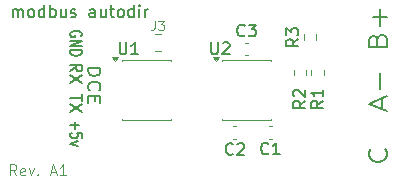
<source format=gbr>
%TF.GenerationSoftware,KiCad,Pcbnew,9.0.5*%
%TF.CreationDate,2026-02-01T07:55:35-08:00*%
%TF.ProjectId,autodir_sch,6175746f-6469-4725-9f73-63682e6b6963,A1*%
%TF.SameCoordinates,PX11a49a0PYbd83a0*%
%TF.FileFunction,Legend,Top*%
%TF.FilePolarity,Positive*%
%FSLAX46Y46*%
G04 Gerber Fmt 4.6, Leading zero omitted, Abs format (unit mm)*
G04 Created by KiCad (PCBNEW 9.0.5) date 2026-02-01 07:55:35*
%MOMM*%
%LPD*%
G01*
G04 APERTURE LIST*
%ADD10C,0.200000*%
%ADD11C,0.150000*%
%ADD12C,0.100000*%
%ADD13C,0.120000*%
G04 APERTURE END LIST*
D10*
X32716951Y-12998075D02*
X32788380Y-13083789D01*
X32788380Y-13083789D02*
X32859808Y-13340932D01*
X32859808Y-13340932D02*
X32859808Y-13512360D01*
X32859808Y-13512360D02*
X32788380Y-13769503D01*
X32788380Y-13769503D02*
X32645522Y-13940932D01*
X32645522Y-13940932D02*
X32502665Y-14026646D01*
X32502665Y-14026646D02*
X32216951Y-14112360D01*
X32216951Y-14112360D02*
X32002665Y-14112360D01*
X32002665Y-14112360D02*
X31716951Y-14026646D01*
X31716951Y-14026646D02*
X31574094Y-13940932D01*
X31574094Y-13940932D02*
X31431237Y-13769503D01*
X31431237Y-13769503D02*
X31359808Y-13512360D01*
X31359808Y-13512360D02*
X31359808Y-13340932D01*
X31359808Y-13340932D02*
X31431237Y-13083789D01*
X31431237Y-13083789D02*
X31502665Y-12998075D01*
X32431237Y-9569502D02*
X32431237Y-8712360D01*
X32859808Y-9740931D02*
X31359808Y-9140931D01*
X31359808Y-9140931D02*
X32859808Y-8540931D01*
X32288380Y-7940931D02*
X32288380Y-6569503D01*
X32074094Y-3740931D02*
X32145522Y-3483788D01*
X32145522Y-3483788D02*
X32216951Y-3398074D01*
X32216951Y-3398074D02*
X32359808Y-3312360D01*
X32359808Y-3312360D02*
X32574094Y-3312360D01*
X32574094Y-3312360D02*
X32716951Y-3398074D01*
X32716951Y-3398074D02*
X32788380Y-3483788D01*
X32788380Y-3483788D02*
X32859808Y-3655217D01*
X32859808Y-3655217D02*
X32859808Y-4340931D01*
X32859808Y-4340931D02*
X31359808Y-4340931D01*
X31359808Y-4340931D02*
X31359808Y-3740931D01*
X31359808Y-3740931D02*
X31431237Y-3569503D01*
X31431237Y-3569503D02*
X31502665Y-3483788D01*
X31502665Y-3483788D02*
X31645522Y-3398074D01*
X31645522Y-3398074D02*
X31788380Y-3398074D01*
X31788380Y-3398074D02*
X31931237Y-3483788D01*
X31931237Y-3483788D02*
X32002665Y-3569503D01*
X32002665Y-3569503D02*
X32074094Y-3740931D01*
X32074094Y-3740931D02*
X32074094Y-4340931D01*
X32288380Y-2540931D02*
X32288380Y-1169503D01*
X32859808Y-1855217D02*
X31716951Y-1855217D01*
X7603780Y-6138857D02*
X8603780Y-6138857D01*
X8603780Y-6138857D02*
X8603780Y-6424571D01*
X8603780Y-6424571D02*
X8556161Y-6596000D01*
X8556161Y-6596000D02*
X8460923Y-6710285D01*
X8460923Y-6710285D02*
X8365685Y-6767428D01*
X8365685Y-6767428D02*
X8175209Y-6824571D01*
X8175209Y-6824571D02*
X8032352Y-6824571D01*
X8032352Y-6824571D02*
X7841876Y-6767428D01*
X7841876Y-6767428D02*
X7746638Y-6710285D01*
X7746638Y-6710285D02*
X7651400Y-6596000D01*
X7651400Y-6596000D02*
X7603780Y-6424571D01*
X7603780Y-6424571D02*
X7603780Y-6138857D01*
X7699019Y-8024571D02*
X7651400Y-7967428D01*
X7651400Y-7967428D02*
X7603780Y-7796000D01*
X7603780Y-7796000D02*
X7603780Y-7681714D01*
X7603780Y-7681714D02*
X7651400Y-7510285D01*
X7651400Y-7510285D02*
X7746638Y-7396000D01*
X7746638Y-7396000D02*
X7841876Y-7338857D01*
X7841876Y-7338857D02*
X8032352Y-7281714D01*
X8032352Y-7281714D02*
X8175209Y-7281714D01*
X8175209Y-7281714D02*
X8365685Y-7338857D01*
X8365685Y-7338857D02*
X8460923Y-7396000D01*
X8460923Y-7396000D02*
X8556161Y-7510285D01*
X8556161Y-7510285D02*
X8603780Y-7681714D01*
X8603780Y-7681714D02*
X8603780Y-7796000D01*
X8603780Y-7796000D02*
X8556161Y-7967428D01*
X8556161Y-7967428D02*
X8508542Y-8024571D01*
X8127590Y-8538857D02*
X8127590Y-8938857D01*
X7603780Y-9110285D02*
X7603780Y-8538857D01*
X7603780Y-8538857D02*
X8603780Y-8538857D01*
X8603780Y-8538857D02*
X8603780Y-9110285D01*
D11*
X7077180Y-8358095D02*
X7077180Y-8929523D01*
X6077180Y-8643809D02*
X7077180Y-8643809D01*
X7077180Y-9167619D02*
X6077180Y-9834285D01*
X7077180Y-9834285D02*
X6077180Y-9167619D01*
X6077180Y-6413333D02*
X6553371Y-6080000D01*
X6077180Y-5841905D02*
X7077180Y-5841905D01*
X7077180Y-5841905D02*
X7077180Y-6222857D01*
X7077180Y-6222857D02*
X7029561Y-6318095D01*
X7029561Y-6318095D02*
X6981942Y-6365714D01*
X6981942Y-6365714D02*
X6886704Y-6413333D01*
X6886704Y-6413333D02*
X6743847Y-6413333D01*
X6743847Y-6413333D02*
X6648609Y-6365714D01*
X6648609Y-6365714D02*
X6600990Y-6318095D01*
X6600990Y-6318095D02*
X6553371Y-6222857D01*
X6553371Y-6222857D02*
X6553371Y-5841905D01*
X7077180Y-6746667D02*
X6077180Y-7413333D01*
X7077180Y-7413333D02*
X6077180Y-6746667D01*
X6458133Y-10669524D02*
X6458133Y-11279048D01*
X6077180Y-10974286D02*
X6839085Y-10974286D01*
X7077180Y-12040952D02*
X7077180Y-11660000D01*
X7077180Y-11660000D02*
X6600990Y-11621904D01*
X6600990Y-11621904D02*
X6648609Y-11660000D01*
X6648609Y-11660000D02*
X6696228Y-11736190D01*
X6696228Y-11736190D02*
X6696228Y-11926666D01*
X6696228Y-11926666D02*
X6648609Y-12002857D01*
X6648609Y-12002857D02*
X6600990Y-12040952D01*
X6600990Y-12040952D02*
X6505752Y-12079047D01*
X6505752Y-12079047D02*
X6267657Y-12079047D01*
X6267657Y-12079047D02*
X6172419Y-12040952D01*
X6172419Y-12040952D02*
X6124800Y-12002857D01*
X6124800Y-12002857D02*
X6077180Y-11926666D01*
X6077180Y-11926666D02*
X6077180Y-11736190D01*
X6077180Y-11736190D02*
X6124800Y-11660000D01*
X6124800Y-11660000D02*
X6172419Y-11621904D01*
X6743847Y-12345714D02*
X6077180Y-12536190D01*
X6077180Y-12536190D02*
X6743847Y-12726667D01*
X6997561Y-3430476D02*
X7045180Y-3354286D01*
X7045180Y-3354286D02*
X7045180Y-3240000D01*
X7045180Y-3240000D02*
X6997561Y-3125714D01*
X6997561Y-3125714D02*
X6902323Y-3049524D01*
X6902323Y-3049524D02*
X6807085Y-3011429D01*
X6807085Y-3011429D02*
X6616609Y-2973333D01*
X6616609Y-2973333D02*
X6473752Y-2973333D01*
X6473752Y-2973333D02*
X6283276Y-3011429D01*
X6283276Y-3011429D02*
X6188038Y-3049524D01*
X6188038Y-3049524D02*
X6092800Y-3125714D01*
X6092800Y-3125714D02*
X6045180Y-3240000D01*
X6045180Y-3240000D02*
X6045180Y-3316191D01*
X6045180Y-3316191D02*
X6092800Y-3430476D01*
X6092800Y-3430476D02*
X6140419Y-3468572D01*
X6140419Y-3468572D02*
X6473752Y-3468572D01*
X6473752Y-3468572D02*
X6473752Y-3316191D01*
X6045180Y-3811429D02*
X7045180Y-3811429D01*
X7045180Y-3811429D02*
X6045180Y-4268572D01*
X6045180Y-4268572D02*
X7045180Y-4268572D01*
X6045180Y-4649524D02*
X7045180Y-4649524D01*
X7045180Y-4649524D02*
X7045180Y-4840000D01*
X7045180Y-4840000D02*
X6997561Y-4954286D01*
X6997561Y-4954286D02*
X6902323Y-5030476D01*
X6902323Y-5030476D02*
X6807085Y-5068571D01*
X6807085Y-5068571D02*
X6616609Y-5106667D01*
X6616609Y-5106667D02*
X6473752Y-5106667D01*
X6473752Y-5106667D02*
X6283276Y-5068571D01*
X6283276Y-5068571D02*
X6188038Y-5030476D01*
X6188038Y-5030476D02*
X6092800Y-4954286D01*
X6092800Y-4954286D02*
X6045180Y-4840000D01*
X6045180Y-4840000D02*
X6045180Y-4649524D01*
D12*
X1484360Y-15202257D02*
X1184360Y-14773685D01*
X970074Y-15202257D02*
X970074Y-14302257D01*
X970074Y-14302257D02*
X1312931Y-14302257D01*
X1312931Y-14302257D02*
X1398646Y-14345114D01*
X1398646Y-14345114D02*
X1441503Y-14387971D01*
X1441503Y-14387971D02*
X1484360Y-14473685D01*
X1484360Y-14473685D02*
X1484360Y-14602257D01*
X1484360Y-14602257D02*
X1441503Y-14687971D01*
X1441503Y-14687971D02*
X1398646Y-14730828D01*
X1398646Y-14730828D02*
X1312931Y-14773685D01*
X1312931Y-14773685D02*
X970074Y-14773685D01*
X2212931Y-15159400D02*
X2127217Y-15202257D01*
X2127217Y-15202257D02*
X1955789Y-15202257D01*
X1955789Y-15202257D02*
X1870074Y-15159400D01*
X1870074Y-15159400D02*
X1827217Y-15073685D01*
X1827217Y-15073685D02*
X1827217Y-14730828D01*
X1827217Y-14730828D02*
X1870074Y-14645114D01*
X1870074Y-14645114D02*
X1955789Y-14602257D01*
X1955789Y-14602257D02*
X2127217Y-14602257D01*
X2127217Y-14602257D02*
X2212931Y-14645114D01*
X2212931Y-14645114D02*
X2255789Y-14730828D01*
X2255789Y-14730828D02*
X2255789Y-14816542D01*
X2255789Y-14816542D02*
X1827217Y-14902257D01*
X2555789Y-14602257D02*
X2770075Y-15202257D01*
X2770075Y-15202257D02*
X2984360Y-14602257D01*
X3327217Y-15116542D02*
X3370074Y-15159400D01*
X3370074Y-15159400D02*
X3327217Y-15202257D01*
X3327217Y-15202257D02*
X3284360Y-15159400D01*
X3284360Y-15159400D02*
X3327217Y-15116542D01*
X3327217Y-15116542D02*
X3327217Y-15202257D01*
X4398645Y-14945114D02*
X4827217Y-14945114D01*
X4312931Y-15202257D02*
X4612931Y-14302257D01*
X4612931Y-14302257D02*
X4912931Y-15202257D01*
X5684360Y-15202257D02*
X5170074Y-15202257D01*
X5427217Y-15202257D02*
X5427217Y-14302257D01*
X5427217Y-14302257D02*
X5341503Y-14430828D01*
X5341503Y-14430828D02*
X5255788Y-14516542D01*
X5255788Y-14516542D02*
X5170074Y-14559400D01*
D10*
X1212073Y-1824419D02*
X1212073Y-1157752D01*
X1212073Y-1252990D02*
X1259692Y-1205371D01*
X1259692Y-1205371D02*
X1354930Y-1157752D01*
X1354930Y-1157752D02*
X1497787Y-1157752D01*
X1497787Y-1157752D02*
X1593025Y-1205371D01*
X1593025Y-1205371D02*
X1640644Y-1300609D01*
X1640644Y-1300609D02*
X1640644Y-1824419D01*
X1640644Y-1300609D02*
X1688263Y-1205371D01*
X1688263Y-1205371D02*
X1783501Y-1157752D01*
X1783501Y-1157752D02*
X1926358Y-1157752D01*
X1926358Y-1157752D02*
X2021597Y-1205371D01*
X2021597Y-1205371D02*
X2069216Y-1300609D01*
X2069216Y-1300609D02*
X2069216Y-1824419D01*
X2688263Y-1824419D02*
X2593025Y-1776800D01*
X2593025Y-1776800D02*
X2545406Y-1729180D01*
X2545406Y-1729180D02*
X2497787Y-1633942D01*
X2497787Y-1633942D02*
X2497787Y-1348228D01*
X2497787Y-1348228D02*
X2545406Y-1252990D01*
X2545406Y-1252990D02*
X2593025Y-1205371D01*
X2593025Y-1205371D02*
X2688263Y-1157752D01*
X2688263Y-1157752D02*
X2831120Y-1157752D01*
X2831120Y-1157752D02*
X2926358Y-1205371D01*
X2926358Y-1205371D02*
X2973977Y-1252990D01*
X2973977Y-1252990D02*
X3021596Y-1348228D01*
X3021596Y-1348228D02*
X3021596Y-1633942D01*
X3021596Y-1633942D02*
X2973977Y-1729180D01*
X2973977Y-1729180D02*
X2926358Y-1776800D01*
X2926358Y-1776800D02*
X2831120Y-1824419D01*
X2831120Y-1824419D02*
X2688263Y-1824419D01*
X3878739Y-1824419D02*
X3878739Y-824419D01*
X3878739Y-1776800D02*
X3783501Y-1824419D01*
X3783501Y-1824419D02*
X3593025Y-1824419D01*
X3593025Y-1824419D02*
X3497787Y-1776800D01*
X3497787Y-1776800D02*
X3450168Y-1729180D01*
X3450168Y-1729180D02*
X3402549Y-1633942D01*
X3402549Y-1633942D02*
X3402549Y-1348228D01*
X3402549Y-1348228D02*
X3450168Y-1252990D01*
X3450168Y-1252990D02*
X3497787Y-1205371D01*
X3497787Y-1205371D02*
X3593025Y-1157752D01*
X3593025Y-1157752D02*
X3783501Y-1157752D01*
X3783501Y-1157752D02*
X3878739Y-1205371D01*
X4354930Y-1824419D02*
X4354930Y-824419D01*
X4354930Y-1205371D02*
X4450168Y-1157752D01*
X4450168Y-1157752D02*
X4640644Y-1157752D01*
X4640644Y-1157752D02*
X4735882Y-1205371D01*
X4735882Y-1205371D02*
X4783501Y-1252990D01*
X4783501Y-1252990D02*
X4831120Y-1348228D01*
X4831120Y-1348228D02*
X4831120Y-1633942D01*
X4831120Y-1633942D02*
X4783501Y-1729180D01*
X4783501Y-1729180D02*
X4735882Y-1776800D01*
X4735882Y-1776800D02*
X4640644Y-1824419D01*
X4640644Y-1824419D02*
X4450168Y-1824419D01*
X4450168Y-1824419D02*
X4354930Y-1776800D01*
X5688263Y-1157752D02*
X5688263Y-1824419D01*
X5259692Y-1157752D02*
X5259692Y-1681561D01*
X5259692Y-1681561D02*
X5307311Y-1776800D01*
X5307311Y-1776800D02*
X5402549Y-1824419D01*
X5402549Y-1824419D02*
X5545406Y-1824419D01*
X5545406Y-1824419D02*
X5640644Y-1776800D01*
X5640644Y-1776800D02*
X5688263Y-1729180D01*
X6116835Y-1776800D02*
X6212073Y-1824419D01*
X6212073Y-1824419D02*
X6402549Y-1824419D01*
X6402549Y-1824419D02*
X6497787Y-1776800D01*
X6497787Y-1776800D02*
X6545406Y-1681561D01*
X6545406Y-1681561D02*
X6545406Y-1633942D01*
X6545406Y-1633942D02*
X6497787Y-1538704D01*
X6497787Y-1538704D02*
X6402549Y-1491085D01*
X6402549Y-1491085D02*
X6259692Y-1491085D01*
X6259692Y-1491085D02*
X6164454Y-1443466D01*
X6164454Y-1443466D02*
X6116835Y-1348228D01*
X6116835Y-1348228D02*
X6116835Y-1300609D01*
X6116835Y-1300609D02*
X6164454Y-1205371D01*
X6164454Y-1205371D02*
X6259692Y-1157752D01*
X6259692Y-1157752D02*
X6402549Y-1157752D01*
X6402549Y-1157752D02*
X6497787Y-1205371D01*
X8164454Y-1824419D02*
X8164454Y-1300609D01*
X8164454Y-1300609D02*
X8116835Y-1205371D01*
X8116835Y-1205371D02*
X8021597Y-1157752D01*
X8021597Y-1157752D02*
X7831121Y-1157752D01*
X7831121Y-1157752D02*
X7735883Y-1205371D01*
X8164454Y-1776800D02*
X8069216Y-1824419D01*
X8069216Y-1824419D02*
X7831121Y-1824419D01*
X7831121Y-1824419D02*
X7735883Y-1776800D01*
X7735883Y-1776800D02*
X7688264Y-1681561D01*
X7688264Y-1681561D02*
X7688264Y-1586323D01*
X7688264Y-1586323D02*
X7735883Y-1491085D01*
X7735883Y-1491085D02*
X7831121Y-1443466D01*
X7831121Y-1443466D02*
X8069216Y-1443466D01*
X8069216Y-1443466D02*
X8164454Y-1395847D01*
X9069216Y-1157752D02*
X9069216Y-1824419D01*
X8640645Y-1157752D02*
X8640645Y-1681561D01*
X8640645Y-1681561D02*
X8688264Y-1776800D01*
X8688264Y-1776800D02*
X8783502Y-1824419D01*
X8783502Y-1824419D02*
X8926359Y-1824419D01*
X8926359Y-1824419D02*
X9021597Y-1776800D01*
X9021597Y-1776800D02*
X9069216Y-1729180D01*
X9402550Y-1157752D02*
X9783502Y-1157752D01*
X9545407Y-824419D02*
X9545407Y-1681561D01*
X9545407Y-1681561D02*
X9593026Y-1776800D01*
X9593026Y-1776800D02*
X9688264Y-1824419D01*
X9688264Y-1824419D02*
X9783502Y-1824419D01*
X10259693Y-1824419D02*
X10164455Y-1776800D01*
X10164455Y-1776800D02*
X10116836Y-1729180D01*
X10116836Y-1729180D02*
X10069217Y-1633942D01*
X10069217Y-1633942D02*
X10069217Y-1348228D01*
X10069217Y-1348228D02*
X10116836Y-1252990D01*
X10116836Y-1252990D02*
X10164455Y-1205371D01*
X10164455Y-1205371D02*
X10259693Y-1157752D01*
X10259693Y-1157752D02*
X10402550Y-1157752D01*
X10402550Y-1157752D02*
X10497788Y-1205371D01*
X10497788Y-1205371D02*
X10545407Y-1252990D01*
X10545407Y-1252990D02*
X10593026Y-1348228D01*
X10593026Y-1348228D02*
X10593026Y-1633942D01*
X10593026Y-1633942D02*
X10545407Y-1729180D01*
X10545407Y-1729180D02*
X10497788Y-1776800D01*
X10497788Y-1776800D02*
X10402550Y-1824419D01*
X10402550Y-1824419D02*
X10259693Y-1824419D01*
X11450169Y-1824419D02*
X11450169Y-824419D01*
X11450169Y-1776800D02*
X11354931Y-1824419D01*
X11354931Y-1824419D02*
X11164455Y-1824419D01*
X11164455Y-1824419D02*
X11069217Y-1776800D01*
X11069217Y-1776800D02*
X11021598Y-1729180D01*
X11021598Y-1729180D02*
X10973979Y-1633942D01*
X10973979Y-1633942D02*
X10973979Y-1348228D01*
X10973979Y-1348228D02*
X11021598Y-1252990D01*
X11021598Y-1252990D02*
X11069217Y-1205371D01*
X11069217Y-1205371D02*
X11164455Y-1157752D01*
X11164455Y-1157752D02*
X11354931Y-1157752D01*
X11354931Y-1157752D02*
X11450169Y-1205371D01*
X11926360Y-1824419D02*
X11926360Y-1157752D01*
X11926360Y-824419D02*
X11878741Y-872038D01*
X11878741Y-872038D02*
X11926360Y-919657D01*
X11926360Y-919657D02*
X11973979Y-872038D01*
X11973979Y-872038D02*
X11926360Y-824419D01*
X11926360Y-824419D02*
X11926360Y-919657D01*
X12402550Y-1824419D02*
X12402550Y-1157752D01*
X12402550Y-1348228D02*
X12450169Y-1252990D01*
X12450169Y-1252990D02*
X12497788Y-1205371D01*
X12497788Y-1205371D02*
X12593026Y-1157752D01*
X12593026Y-1157752D02*
X12688264Y-1157752D01*
D11*
X17988095Y-3953819D02*
X17988095Y-4763342D01*
X17988095Y-4763342D02*
X18035714Y-4858580D01*
X18035714Y-4858580D02*
X18083333Y-4906200D01*
X18083333Y-4906200D02*
X18178571Y-4953819D01*
X18178571Y-4953819D02*
X18369047Y-4953819D01*
X18369047Y-4953819D02*
X18464285Y-4906200D01*
X18464285Y-4906200D02*
X18511904Y-4858580D01*
X18511904Y-4858580D02*
X18559523Y-4763342D01*
X18559523Y-4763342D02*
X18559523Y-3953819D01*
X18988095Y-4049057D02*
X19035714Y-4001438D01*
X19035714Y-4001438D02*
X19130952Y-3953819D01*
X19130952Y-3953819D02*
X19369047Y-3953819D01*
X19369047Y-3953819D02*
X19464285Y-4001438D01*
X19464285Y-4001438D02*
X19511904Y-4049057D01*
X19511904Y-4049057D02*
X19559523Y-4144295D01*
X19559523Y-4144295D02*
X19559523Y-4239533D01*
X19559523Y-4239533D02*
X19511904Y-4382390D01*
X19511904Y-4382390D02*
X18940476Y-4953819D01*
X18940476Y-4953819D02*
X19559523Y-4953819D01*
D13*
X13224933Y-2130655D02*
X13224933Y-2702083D01*
X13224933Y-2702083D02*
X13186838Y-2816369D01*
X13186838Y-2816369D02*
X13110647Y-2892560D01*
X13110647Y-2892560D02*
X12996362Y-2930655D01*
X12996362Y-2930655D02*
X12920171Y-2930655D01*
X13529695Y-2130655D02*
X14024933Y-2130655D01*
X14024933Y-2130655D02*
X13758267Y-2435417D01*
X13758267Y-2435417D02*
X13872552Y-2435417D01*
X13872552Y-2435417D02*
X13948743Y-2473512D01*
X13948743Y-2473512D02*
X13986838Y-2511607D01*
X13986838Y-2511607D02*
X14024933Y-2587798D01*
X14024933Y-2587798D02*
X14024933Y-2778274D01*
X14024933Y-2778274D02*
X13986838Y-2854464D01*
X13986838Y-2854464D02*
X13948743Y-2892560D01*
X13948743Y-2892560D02*
X13872552Y-2930655D01*
X13872552Y-2930655D02*
X13643981Y-2930655D01*
X13643981Y-2930655D02*
X13567790Y-2892560D01*
X13567790Y-2892560D02*
X13529695Y-2854464D01*
D11*
X10238095Y-3953819D02*
X10238095Y-4763342D01*
X10238095Y-4763342D02*
X10285714Y-4858580D01*
X10285714Y-4858580D02*
X10333333Y-4906200D01*
X10333333Y-4906200D02*
X10428571Y-4953819D01*
X10428571Y-4953819D02*
X10619047Y-4953819D01*
X10619047Y-4953819D02*
X10714285Y-4906200D01*
X10714285Y-4906200D02*
X10761904Y-4858580D01*
X10761904Y-4858580D02*
X10809523Y-4763342D01*
X10809523Y-4763342D02*
X10809523Y-3953819D01*
X11809523Y-4953819D02*
X11238095Y-4953819D01*
X11523809Y-4953819D02*
X11523809Y-3953819D01*
X11523809Y-3953819D02*
X11428571Y-4096676D01*
X11428571Y-4096676D02*
X11333333Y-4191914D01*
X11333333Y-4191914D02*
X11238095Y-4239533D01*
X22833333Y-13359580D02*
X22785714Y-13407200D01*
X22785714Y-13407200D02*
X22642857Y-13454819D01*
X22642857Y-13454819D02*
X22547619Y-13454819D01*
X22547619Y-13454819D02*
X22404762Y-13407200D01*
X22404762Y-13407200D02*
X22309524Y-13311961D01*
X22309524Y-13311961D02*
X22261905Y-13216723D01*
X22261905Y-13216723D02*
X22214286Y-13026247D01*
X22214286Y-13026247D02*
X22214286Y-12883390D01*
X22214286Y-12883390D02*
X22261905Y-12692914D01*
X22261905Y-12692914D02*
X22309524Y-12597676D01*
X22309524Y-12597676D02*
X22404762Y-12502438D01*
X22404762Y-12502438D02*
X22547619Y-12454819D01*
X22547619Y-12454819D02*
X22642857Y-12454819D01*
X22642857Y-12454819D02*
X22785714Y-12502438D01*
X22785714Y-12502438D02*
X22833333Y-12550057D01*
X23785714Y-13454819D02*
X23214286Y-13454819D01*
X23500000Y-13454819D02*
X23500000Y-12454819D01*
X23500000Y-12454819D02*
X23404762Y-12597676D01*
X23404762Y-12597676D02*
X23309524Y-12692914D01*
X23309524Y-12692914D02*
X23214286Y-12740533D01*
X27454819Y-8915666D02*
X26978628Y-9248999D01*
X27454819Y-9487094D02*
X26454819Y-9487094D01*
X26454819Y-9487094D02*
X26454819Y-9106142D01*
X26454819Y-9106142D02*
X26502438Y-9010904D01*
X26502438Y-9010904D02*
X26550057Y-8963285D01*
X26550057Y-8963285D02*
X26645295Y-8915666D01*
X26645295Y-8915666D02*
X26788152Y-8915666D01*
X26788152Y-8915666D02*
X26883390Y-8963285D01*
X26883390Y-8963285D02*
X26931009Y-9010904D01*
X26931009Y-9010904D02*
X26978628Y-9106142D01*
X26978628Y-9106142D02*
X26978628Y-9487094D01*
X27454819Y-7963285D02*
X27454819Y-8534713D01*
X27454819Y-8248999D02*
X26454819Y-8248999D01*
X26454819Y-8248999D02*
X26597676Y-8344237D01*
X26597676Y-8344237D02*
X26692914Y-8439475D01*
X26692914Y-8439475D02*
X26740533Y-8534713D01*
X25368819Y-3698666D02*
X24892628Y-4031999D01*
X25368819Y-4270094D02*
X24368819Y-4270094D01*
X24368819Y-4270094D02*
X24368819Y-3889142D01*
X24368819Y-3889142D02*
X24416438Y-3793904D01*
X24416438Y-3793904D02*
X24464057Y-3746285D01*
X24464057Y-3746285D02*
X24559295Y-3698666D01*
X24559295Y-3698666D02*
X24702152Y-3698666D01*
X24702152Y-3698666D02*
X24797390Y-3746285D01*
X24797390Y-3746285D02*
X24845009Y-3793904D01*
X24845009Y-3793904D02*
X24892628Y-3889142D01*
X24892628Y-3889142D02*
X24892628Y-4270094D01*
X24368819Y-3365332D02*
X24368819Y-2746285D01*
X24368819Y-2746285D02*
X24749771Y-3079618D01*
X24749771Y-3079618D02*
X24749771Y-2936761D01*
X24749771Y-2936761D02*
X24797390Y-2841523D01*
X24797390Y-2841523D02*
X24845009Y-2793904D01*
X24845009Y-2793904D02*
X24940247Y-2746285D01*
X24940247Y-2746285D02*
X25178342Y-2746285D01*
X25178342Y-2746285D02*
X25273580Y-2793904D01*
X25273580Y-2793904D02*
X25321200Y-2841523D01*
X25321200Y-2841523D02*
X25368819Y-2936761D01*
X25368819Y-2936761D02*
X25368819Y-3222475D01*
X25368819Y-3222475D02*
X25321200Y-3317713D01*
X25321200Y-3317713D02*
X25273580Y-3365332D01*
X20833333Y-3359580D02*
X20785714Y-3407200D01*
X20785714Y-3407200D02*
X20642857Y-3454819D01*
X20642857Y-3454819D02*
X20547619Y-3454819D01*
X20547619Y-3454819D02*
X20404762Y-3407200D01*
X20404762Y-3407200D02*
X20309524Y-3311961D01*
X20309524Y-3311961D02*
X20261905Y-3216723D01*
X20261905Y-3216723D02*
X20214286Y-3026247D01*
X20214286Y-3026247D02*
X20214286Y-2883390D01*
X20214286Y-2883390D02*
X20261905Y-2692914D01*
X20261905Y-2692914D02*
X20309524Y-2597676D01*
X20309524Y-2597676D02*
X20404762Y-2502438D01*
X20404762Y-2502438D02*
X20547619Y-2454819D01*
X20547619Y-2454819D02*
X20642857Y-2454819D01*
X20642857Y-2454819D02*
X20785714Y-2502438D01*
X20785714Y-2502438D02*
X20833333Y-2550057D01*
X21166667Y-2454819D02*
X21785714Y-2454819D01*
X21785714Y-2454819D02*
X21452381Y-2835771D01*
X21452381Y-2835771D02*
X21595238Y-2835771D01*
X21595238Y-2835771D02*
X21690476Y-2883390D01*
X21690476Y-2883390D02*
X21738095Y-2931009D01*
X21738095Y-2931009D02*
X21785714Y-3026247D01*
X21785714Y-3026247D02*
X21785714Y-3264342D01*
X21785714Y-3264342D02*
X21738095Y-3359580D01*
X21738095Y-3359580D02*
X21690476Y-3407200D01*
X21690476Y-3407200D02*
X21595238Y-3454819D01*
X21595238Y-3454819D02*
X21309524Y-3454819D01*
X21309524Y-3454819D02*
X21214286Y-3407200D01*
X21214286Y-3407200D02*
X21166667Y-3359580D01*
X25954819Y-8915666D02*
X25478628Y-9248999D01*
X25954819Y-9487094D02*
X24954819Y-9487094D01*
X24954819Y-9487094D02*
X24954819Y-9106142D01*
X24954819Y-9106142D02*
X25002438Y-9010904D01*
X25002438Y-9010904D02*
X25050057Y-8963285D01*
X25050057Y-8963285D02*
X25145295Y-8915666D01*
X25145295Y-8915666D02*
X25288152Y-8915666D01*
X25288152Y-8915666D02*
X25383390Y-8963285D01*
X25383390Y-8963285D02*
X25431009Y-9010904D01*
X25431009Y-9010904D02*
X25478628Y-9106142D01*
X25478628Y-9106142D02*
X25478628Y-9487094D01*
X25050057Y-8534713D02*
X25002438Y-8487094D01*
X25002438Y-8487094D02*
X24954819Y-8391856D01*
X24954819Y-8391856D02*
X24954819Y-8153761D01*
X24954819Y-8153761D02*
X25002438Y-8058523D01*
X25002438Y-8058523D02*
X25050057Y-8010904D01*
X25050057Y-8010904D02*
X25145295Y-7963285D01*
X25145295Y-7963285D02*
X25240533Y-7963285D01*
X25240533Y-7963285D02*
X25383390Y-8010904D01*
X25383390Y-8010904D02*
X25954819Y-8582332D01*
X25954819Y-8582332D02*
X25954819Y-7963285D01*
X19831961Y-13383629D02*
X19784342Y-13431249D01*
X19784342Y-13431249D02*
X19641485Y-13478868D01*
X19641485Y-13478868D02*
X19546247Y-13478868D01*
X19546247Y-13478868D02*
X19403390Y-13431249D01*
X19403390Y-13431249D02*
X19308152Y-13336010D01*
X19308152Y-13336010D02*
X19260533Y-13240772D01*
X19260533Y-13240772D02*
X19212914Y-13050296D01*
X19212914Y-13050296D02*
X19212914Y-12907439D01*
X19212914Y-12907439D02*
X19260533Y-12716963D01*
X19260533Y-12716963D02*
X19308152Y-12621725D01*
X19308152Y-12621725D02*
X19403390Y-12526487D01*
X19403390Y-12526487D02*
X19546247Y-12478868D01*
X19546247Y-12478868D02*
X19641485Y-12478868D01*
X19641485Y-12478868D02*
X19784342Y-12526487D01*
X19784342Y-12526487D02*
X19831961Y-12574106D01*
X20212914Y-12574106D02*
X20260533Y-12526487D01*
X20260533Y-12526487D02*
X20355771Y-12478868D01*
X20355771Y-12478868D02*
X20593866Y-12478868D01*
X20593866Y-12478868D02*
X20689104Y-12526487D01*
X20689104Y-12526487D02*
X20736723Y-12574106D01*
X20736723Y-12574106D02*
X20784342Y-12669344D01*
X20784342Y-12669344D02*
X20784342Y-12764582D01*
X20784342Y-12764582D02*
X20736723Y-12907439D01*
X20736723Y-12907439D02*
X20165295Y-13478868D01*
X20165295Y-13478868D02*
X20784342Y-13478868D01*
D13*
%TO.C,U2*%
X18940000Y-5440000D02*
X23060000Y-5440000D01*
X18940000Y-5535000D02*
X18940000Y-5440000D01*
X18940000Y-10560000D02*
X18940000Y-10465000D01*
X23060000Y-5440000D02*
X23060000Y-5535000D01*
X23060000Y-10465000D02*
X23060000Y-10560000D01*
X23060000Y-10560000D02*
X18940000Y-10560000D01*
X18400000Y-5530000D02*
X18160000Y-5200000D01*
X18640000Y-5200000D01*
X18400000Y-5530000D01*
G36*
X18400000Y-5530000D02*
G01*
X18160000Y-5200000D01*
X18640000Y-5200000D01*
X18400000Y-5530000D01*
G37*
%TO.C,J3*%
X13272936Y-3265000D02*
X13727064Y-3265000D01*
X13272936Y-4735000D02*
X13727064Y-4735000D01*
%TO.C,U1*%
X10440000Y-5440000D02*
X14560000Y-5440000D01*
X10440000Y-5560000D02*
X10440000Y-5440000D01*
X10440000Y-10560000D02*
X10440000Y-10440000D01*
X14560000Y-5440000D02*
X14560000Y-5560000D01*
X14560000Y-10440000D02*
X14560000Y-10560000D01*
X14560000Y-10560000D02*
X10440000Y-10560000D01*
X9840000Y-5550000D02*
X9600000Y-5220000D01*
X10080000Y-5220000D01*
X9840000Y-5550000D01*
G36*
X9840000Y-5550000D02*
G01*
X9600000Y-5220000D01*
X10080000Y-5220000D01*
X9840000Y-5550000D01*
G37*
%TO.C,C1*%
X22856671Y-11084049D02*
X23137831Y-11084049D01*
X22856671Y-12104049D02*
X23137831Y-12104049D01*
%TO.C,R1*%
X26477500Y-6736258D02*
X26477500Y-6261742D01*
X27522500Y-6736258D02*
X27522500Y-6261742D01*
%TO.C,R3*%
X25821500Y-3769258D02*
X25821500Y-3294742D01*
X26866500Y-3769258D02*
X26866500Y-3294742D01*
%TO.C,C3*%
X21140580Y-3989000D02*
X20859420Y-3989000D01*
X21140580Y-5009000D02*
X20859420Y-5009000D01*
%TO.C,R2*%
X24977500Y-6261742D02*
X24977500Y-6736258D01*
X26022500Y-6261742D02*
X26022500Y-6736258D01*
%TO.C,C2*%
X20139208Y-11084049D02*
X19858048Y-11084049D01*
X20139208Y-12104049D02*
X19858048Y-12104049D01*
%TD*%
M02*

</source>
